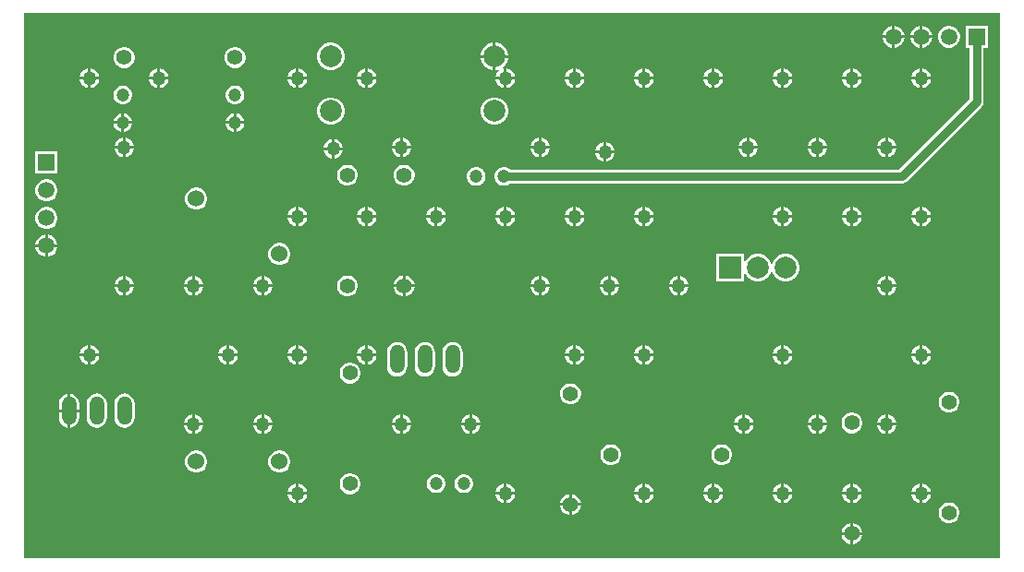
<source format=gbl>
G04*
G04 #@! TF.GenerationSoftware,Altium Limited,Altium Designer,21.6.4 (81)*
G04*
G04 Layer_Physical_Order=2*
G04 Layer_Color=16711680*
%FSLAX25Y25*%
%MOIN*%
G70*
G04*
G04 #@! TF.SameCoordinates,5C3FC4FD-EDC0-4224-B471-B9A6CD0CAB0C*
G04*
G04*
G04 #@! TF.FilePolarity,Positive*
G04*
G01*
G75*
%ADD24C,0.03000*%
%ADD27C,0.05906*%
%ADD28R,0.05906X0.05906*%
%ADD29C,0.05512*%
%ADD30O,0.05200X0.10400*%
%ADD31C,0.04724*%
%ADD32C,0.07913*%
%ADD33R,0.07913X0.07913*%
%ADD34C,0.06000*%
%ADD35C,0.07874*%
%ADD36R,0.05906X0.05906*%
%ADD37C,0.05000*%
G36*
X353471Y1529D02*
X1529D01*
Y198471D01*
X353471D01*
Y1529D01*
D02*
G37*
%LPC*%
G36*
X325520Y193953D02*
X325500D01*
Y190500D01*
X328953D01*
Y190520D01*
X328683Y191526D01*
X328163Y192427D01*
X327427Y193163D01*
X326526Y193683D01*
X325520Y193953D01*
D02*
G37*
G36*
X315520D02*
X315500D01*
Y190500D01*
X318953D01*
Y190520D01*
X318683Y191526D01*
X318163Y192427D01*
X317427Y193163D01*
X316526Y193683D01*
X315520Y193953D01*
D02*
G37*
G36*
X324500D02*
X324480D01*
X323474Y193683D01*
X322573Y193163D01*
X321837Y192427D01*
X321317Y191526D01*
X321047Y190520D01*
Y190500D01*
X324500D01*
Y193953D01*
D02*
G37*
G36*
X314500D02*
X314480D01*
X313474Y193683D01*
X312573Y193163D01*
X311837Y192427D01*
X311317Y191526D01*
X311047Y190520D01*
Y190500D01*
X314500D01*
Y193953D01*
D02*
G37*
G36*
X335520D02*
X334480D01*
X333474Y193683D01*
X332573Y193163D01*
X331837Y192427D01*
X331317Y191526D01*
X331047Y190520D01*
Y189480D01*
X331317Y188474D01*
X331837Y187573D01*
X332573Y186837D01*
X333474Y186317D01*
X334480Y186047D01*
X335520D01*
X336526Y186317D01*
X337427Y186837D01*
X338163Y187573D01*
X338683Y188474D01*
X338953Y189480D01*
Y190520D01*
X338683Y191526D01*
X338163Y192427D01*
X337427Y193163D01*
X336526Y193683D01*
X335520Y193953D01*
D02*
G37*
G36*
X328953Y189500D02*
X325500D01*
Y186047D01*
X325520D01*
X326526Y186317D01*
X327427Y186837D01*
X328163Y187573D01*
X328683Y188474D01*
X328953Y189480D01*
Y189500D01*
D02*
G37*
G36*
X324500D02*
X321047D01*
Y189480D01*
X321317Y188474D01*
X321837Y187573D01*
X322573Y186837D01*
X323474Y186317D01*
X324480Y186047D01*
X324500D01*
Y189500D01*
D02*
G37*
G36*
X318953D02*
X315500D01*
Y186047D01*
X315520D01*
X316526Y186317D01*
X317427Y186837D01*
X318163Y187573D01*
X318683Y188474D01*
X318953Y189480D01*
Y189500D01*
D02*
G37*
G36*
X314500D02*
X311047D01*
Y189480D01*
X311317Y188474D01*
X311837Y187573D01*
X312573Y186837D01*
X313474Y186317D01*
X314480Y186047D01*
X314500D01*
Y189500D01*
D02*
G37*
G36*
X171677Y187779D02*
X171528D01*
Y183343D01*
X175965D01*
Y183493D01*
X175628Y184748D01*
X174978Y185874D01*
X174059Y186793D01*
X172933Y187443D01*
X171677Y187779D01*
D02*
G37*
G36*
X170528D02*
X170378D01*
X169122Y187443D01*
X167996Y186793D01*
X167077Y185874D01*
X166427Y184748D01*
X166091Y183493D01*
Y183343D01*
X170528D01*
Y187779D01*
D02*
G37*
G36*
X77995Y186256D02*
X77005D01*
X76050Y186000D01*
X75194Y185505D01*
X74494Y184806D01*
X74000Y183950D01*
X73744Y182994D01*
Y182006D01*
X74000Y181050D01*
X74494Y180194D01*
X75194Y179495D01*
X76050Y179000D01*
X77005Y178744D01*
X77995D01*
X78950Y179000D01*
X79806Y179495D01*
X80506Y180194D01*
X81000Y181050D01*
X81256Y182006D01*
Y182994D01*
X81000Y183950D01*
X80506Y184806D01*
X79806Y185505D01*
X78950Y186000D01*
X77995Y186256D01*
D02*
G37*
G36*
X37995D02*
X37005D01*
X36050Y186000D01*
X35194Y185505D01*
X34495Y184806D01*
X34000Y183950D01*
X33744Y182994D01*
Y182006D01*
X34000Y181050D01*
X34495Y180194D01*
X35194Y179495D01*
X36050Y179000D01*
X37005Y178744D01*
X37995D01*
X38950Y179000D01*
X39806Y179495D01*
X40505Y180194D01*
X41000Y181050D01*
X41256Y182006D01*
Y182994D01*
X41000Y183950D01*
X40505Y184806D01*
X39806Y185505D01*
X38950Y186000D01*
X37995Y186256D01*
D02*
G37*
G36*
X170528Y182343D02*
X166091D01*
Y182193D01*
X166427Y180937D01*
X167077Y179811D01*
X167996Y178892D01*
X169122Y178242D01*
X170378Y177905D01*
X170528D01*
Y182343D01*
D02*
G37*
G36*
X112622Y187779D02*
X111322D01*
X110067Y187443D01*
X108941Y186793D01*
X108022Y185874D01*
X107372Y184748D01*
X107035Y183493D01*
Y182193D01*
X107372Y180937D01*
X108022Y179811D01*
X108941Y178892D01*
X110067Y178242D01*
X111322Y177905D01*
X112622D01*
X113878Y178242D01*
X115004Y178892D01*
X115923Y179811D01*
X116573Y180937D01*
X116909Y182193D01*
Y183493D01*
X116573Y184748D01*
X115923Y185874D01*
X115004Y186793D01*
X113878Y187443D01*
X112622Y187779D01*
D02*
G37*
G36*
X325500Y178489D02*
Y175500D01*
X328489D01*
X328261Y176351D01*
X327801Y177149D01*
X327149Y177801D01*
X326351Y178261D01*
X325500Y178489D01*
D02*
G37*
G36*
X324500D02*
X323649Y178261D01*
X322851Y177801D01*
X322199Y177149D01*
X321739Y176351D01*
X321511Y175500D01*
X324500D01*
Y178489D01*
D02*
G37*
G36*
X300500D02*
Y175500D01*
X303489D01*
X303261Y176351D01*
X302801Y177149D01*
X302149Y177801D01*
X301351Y178261D01*
X300500Y178489D01*
D02*
G37*
G36*
X299500D02*
X298649Y178261D01*
X297851Y177801D01*
X297199Y177149D01*
X296739Y176351D01*
X296511Y175500D01*
X299500D01*
Y178489D01*
D02*
G37*
G36*
X275500D02*
Y175500D01*
X278489D01*
X278261Y176351D01*
X277801Y177149D01*
X277149Y177801D01*
X276351Y178261D01*
X275500Y178489D01*
D02*
G37*
G36*
X274500D02*
X273649Y178261D01*
X272851Y177801D01*
X272199Y177149D01*
X271739Y176351D01*
X271511Y175500D01*
X274500D01*
Y178489D01*
D02*
G37*
G36*
X250500D02*
Y175500D01*
X253489D01*
X253261Y176351D01*
X252801Y177149D01*
X252149Y177801D01*
X251351Y178261D01*
X250500Y178489D01*
D02*
G37*
G36*
X249500D02*
X248649Y178261D01*
X247851Y177801D01*
X247199Y177149D01*
X246739Y176351D01*
X246511Y175500D01*
X249500D01*
Y178489D01*
D02*
G37*
G36*
X225500D02*
Y175500D01*
X228489D01*
X228261Y176351D01*
X227801Y177149D01*
X227149Y177801D01*
X226351Y178261D01*
X225500Y178489D01*
D02*
G37*
G36*
X224500D02*
X223649Y178261D01*
X222851Y177801D01*
X222199Y177149D01*
X221739Y176351D01*
X221511Y175500D01*
X224500D01*
Y178489D01*
D02*
G37*
G36*
X200500D02*
Y175500D01*
X203489D01*
X203261Y176351D01*
X202801Y177149D01*
X202149Y177801D01*
X201351Y178261D01*
X200500Y178489D01*
D02*
G37*
G36*
X199500D02*
X198649Y178261D01*
X197851Y177801D01*
X197199Y177149D01*
X196739Y176351D01*
X196511Y175500D01*
X199500D01*
Y178489D01*
D02*
G37*
G36*
X175500D02*
Y175500D01*
X178489D01*
X178261Y176351D01*
X177801Y177149D01*
X177149Y177801D01*
X176351Y178261D01*
X175500Y178489D01*
D02*
G37*
G36*
X175965Y182343D02*
X171528D01*
Y177905D01*
X171677D01*
X172458Y178115D01*
X172716Y177666D01*
X172199Y177149D01*
X171739Y176351D01*
X171511Y175500D01*
X174500D01*
Y178489D01*
X174242Y178420D01*
X174049Y178886D01*
X174059Y178892D01*
X174978Y179811D01*
X175628Y180937D01*
X175965Y182193D01*
Y182343D01*
D02*
G37*
G36*
X125500Y178489D02*
Y175500D01*
X128489D01*
X128261Y176351D01*
X127801Y177149D01*
X127149Y177801D01*
X126351Y178261D01*
X125500Y178489D01*
D02*
G37*
G36*
X124500D02*
X123649Y178261D01*
X122851Y177801D01*
X122199Y177149D01*
X121739Y176351D01*
X121511Y175500D01*
X124500D01*
Y178489D01*
D02*
G37*
G36*
X100500D02*
Y175500D01*
X103489D01*
X103261Y176351D01*
X102801Y177149D01*
X102149Y177801D01*
X101351Y178261D01*
X100500Y178489D01*
D02*
G37*
G36*
X99500D02*
X98649Y178261D01*
X97851Y177801D01*
X97199Y177149D01*
X96738Y176351D01*
X96510Y175500D01*
X99500D01*
Y178489D01*
D02*
G37*
G36*
X50500D02*
Y175500D01*
X53490D01*
X53262Y176351D01*
X52801Y177149D01*
X52149Y177801D01*
X51351Y178261D01*
X50500Y178489D01*
D02*
G37*
G36*
X49500D02*
X48649Y178261D01*
X47851Y177801D01*
X47199Y177149D01*
X46738Y176351D01*
X46510Y175500D01*
X49500D01*
Y178489D01*
D02*
G37*
G36*
X25500D02*
Y175500D01*
X28490D01*
X28262Y176351D01*
X27801Y177149D01*
X27149Y177801D01*
X26351Y178261D01*
X25500Y178489D01*
D02*
G37*
G36*
X24500D02*
X23649Y178261D01*
X22851Y177801D01*
X22199Y177149D01*
X21738Y176351D01*
X21510Y175500D01*
X24500D01*
Y178489D01*
D02*
G37*
G36*
X328489Y174500D02*
X325500D01*
Y171511D01*
X326351Y171739D01*
X327149Y172199D01*
X327801Y172851D01*
X328261Y173649D01*
X328489Y174500D01*
D02*
G37*
G36*
X324500D02*
X321511D01*
X321739Y173649D01*
X322199Y172851D01*
X322851Y172199D01*
X323649Y171739D01*
X324500Y171511D01*
Y174500D01*
D02*
G37*
G36*
X303489D02*
X300500D01*
Y171511D01*
X301351Y171739D01*
X302149Y172199D01*
X302801Y172851D01*
X303261Y173649D01*
X303489Y174500D01*
D02*
G37*
G36*
X299500D02*
X296511D01*
X296739Y173649D01*
X297199Y172851D01*
X297851Y172199D01*
X298649Y171739D01*
X299500Y171511D01*
Y174500D01*
D02*
G37*
G36*
X278489D02*
X275500D01*
Y171511D01*
X276351Y171739D01*
X277149Y172199D01*
X277801Y172851D01*
X278261Y173649D01*
X278489Y174500D01*
D02*
G37*
G36*
X274500D02*
X271511D01*
X271739Y173649D01*
X272199Y172851D01*
X272851Y172199D01*
X273649Y171739D01*
X274500Y171511D01*
Y174500D01*
D02*
G37*
G36*
X253489D02*
X250500D01*
Y171511D01*
X251351Y171739D01*
X252149Y172199D01*
X252801Y172851D01*
X253261Y173649D01*
X253489Y174500D01*
D02*
G37*
G36*
X249500D02*
X246511D01*
X246739Y173649D01*
X247199Y172851D01*
X247851Y172199D01*
X248649Y171739D01*
X249500Y171511D01*
Y174500D01*
D02*
G37*
G36*
X228489D02*
X225500D01*
Y171511D01*
X226351Y171739D01*
X227149Y172199D01*
X227801Y172851D01*
X228261Y173649D01*
X228489Y174500D01*
D02*
G37*
G36*
X224500D02*
X221511D01*
X221739Y173649D01*
X222199Y172851D01*
X222851Y172199D01*
X223649Y171739D01*
X224500Y171511D01*
Y174500D01*
D02*
G37*
G36*
X203489D02*
X200500D01*
Y171511D01*
X201351Y171739D01*
X202149Y172199D01*
X202801Y172851D01*
X203261Y173649D01*
X203489Y174500D01*
D02*
G37*
G36*
X199500D02*
X196511D01*
X196739Y173649D01*
X197199Y172851D01*
X197851Y172199D01*
X198649Y171739D01*
X199500Y171511D01*
Y174500D01*
D02*
G37*
G36*
X178489D02*
X175500D01*
Y171511D01*
X176351Y171739D01*
X177149Y172199D01*
X177801Y172851D01*
X178261Y173649D01*
X178489Y174500D01*
D02*
G37*
G36*
X174500D02*
X171511D01*
X171739Y173649D01*
X172199Y172851D01*
X172851Y172199D01*
X173649Y171739D01*
X174500Y171511D01*
Y174500D01*
D02*
G37*
G36*
X128489D02*
X125500D01*
Y171511D01*
X126351Y171739D01*
X127149Y172199D01*
X127801Y172851D01*
X128261Y173649D01*
X128489Y174500D01*
D02*
G37*
G36*
X124500D02*
X121511D01*
X121739Y173649D01*
X122199Y172851D01*
X122851Y172199D01*
X123649Y171739D01*
X124500Y171511D01*
Y174500D01*
D02*
G37*
G36*
X103489D02*
X100500D01*
Y171511D01*
X101351Y171739D01*
X102149Y172199D01*
X102801Y172851D01*
X103261Y173649D01*
X103489Y174500D01*
D02*
G37*
G36*
X99500D02*
X96510D01*
X96738Y173649D01*
X97199Y172851D01*
X97851Y172199D01*
X98649Y171739D01*
X99500Y171511D01*
Y174500D01*
D02*
G37*
G36*
X53490D02*
X50500D01*
Y171511D01*
X51351Y171739D01*
X52149Y172199D01*
X52801Y172851D01*
X53262Y173649D01*
X53490Y174500D01*
D02*
G37*
G36*
X49500D02*
X46510D01*
X46738Y173649D01*
X47199Y172851D01*
X47851Y172199D01*
X48649Y171739D01*
X49500Y171511D01*
Y174500D01*
D02*
G37*
G36*
X28490D02*
X25500D01*
Y171511D01*
X26351Y171739D01*
X27149Y172199D01*
X27801Y172851D01*
X28262Y173649D01*
X28490Y174500D01*
D02*
G37*
G36*
X24500D02*
X21510D01*
X21738Y173649D01*
X22199Y172851D01*
X22851Y172199D01*
X23649Y171739D01*
X24500Y171511D01*
Y174500D01*
D02*
G37*
G36*
X77943Y172362D02*
X77057D01*
X76202Y172133D01*
X75436Y171690D01*
X74810Y171064D01*
X74367Y170298D01*
X74138Y169443D01*
Y168557D01*
X74367Y167702D01*
X74810Y166936D01*
X75436Y166310D01*
X76202Y165867D01*
X77057Y165638D01*
X77943D01*
X78798Y165867D01*
X79564Y166310D01*
X80190Y166936D01*
X80633Y167702D01*
X80862Y168557D01*
Y169443D01*
X80633Y170298D01*
X80190Y171064D01*
X79564Y171690D01*
X78798Y172133D01*
X77943Y172362D01*
D02*
G37*
G36*
X37443D02*
X36557D01*
X35702Y172133D01*
X34936Y171690D01*
X34310Y171064D01*
X33867Y170298D01*
X33638Y169443D01*
Y168557D01*
X33867Y167702D01*
X34310Y166936D01*
X34936Y166310D01*
X35702Y165867D01*
X36557Y165638D01*
X37443D01*
X38298Y165867D01*
X39064Y166310D01*
X39690Y166936D01*
X40133Y167702D01*
X40362Y168557D01*
Y169443D01*
X40133Y170298D01*
X39690Y171064D01*
X39064Y171690D01*
X38298Y172133D01*
X37443Y172362D01*
D02*
G37*
G36*
X78000Y162347D02*
Y159500D01*
X80847D01*
X80633Y160298D01*
X80190Y161064D01*
X79564Y161690D01*
X78798Y162133D01*
X78000Y162347D01*
D02*
G37*
G36*
X37500D02*
Y159500D01*
X40347D01*
X40133Y160298D01*
X39690Y161064D01*
X39064Y161690D01*
X38298Y162133D01*
X37500Y162347D01*
D02*
G37*
G36*
X77000D02*
X76202Y162133D01*
X75436Y161690D01*
X74810Y161064D01*
X74367Y160298D01*
X74153Y159500D01*
X77000D01*
Y162347D01*
D02*
G37*
G36*
X36500D02*
X35702Y162133D01*
X34936Y161690D01*
X34310Y161064D01*
X33867Y160298D01*
X33653Y159500D01*
X36500D01*
Y162347D01*
D02*
G37*
G36*
X171677Y168095D02*
X170378D01*
X169122Y167758D01*
X167996Y167108D01*
X167077Y166189D01*
X166427Y165063D01*
X166091Y163807D01*
Y162507D01*
X166427Y161252D01*
X167077Y160126D01*
X167996Y159207D01*
X169122Y158557D01*
X170378Y158221D01*
X171677D01*
X172933Y158557D01*
X174059Y159207D01*
X174978Y160126D01*
X175628Y161252D01*
X175965Y162507D01*
Y163807D01*
X175628Y165063D01*
X174978Y166189D01*
X174059Y167108D01*
X172933Y167758D01*
X171677Y168095D01*
D02*
G37*
G36*
X112622D02*
X111322D01*
X110067Y167758D01*
X108941Y167108D01*
X108022Y166189D01*
X107372Y165063D01*
X107035Y163807D01*
Y162507D01*
X107372Y161252D01*
X108022Y160126D01*
X108941Y159207D01*
X110067Y158557D01*
X111322Y158221D01*
X112622D01*
X113878Y158557D01*
X115004Y159207D01*
X115923Y160126D01*
X116573Y161252D01*
X116909Y162507D01*
Y163807D01*
X116573Y165063D01*
X115923Y166189D01*
X115004Y167108D01*
X113878Y167758D01*
X112622Y168095D01*
D02*
G37*
G36*
X40347Y158500D02*
X37500D01*
Y155653D01*
X38298Y155867D01*
X39064Y156310D01*
X39690Y156936D01*
X40133Y157702D01*
X40347Y158500D01*
D02*
G37*
G36*
X80847D02*
X78000D01*
Y155653D01*
X78798Y155867D01*
X79564Y156310D01*
X80190Y156936D01*
X80633Y157702D01*
X80847Y158500D01*
D02*
G37*
G36*
X77000D02*
X74153D01*
X74367Y157702D01*
X74810Y156936D01*
X75436Y156310D01*
X76202Y155867D01*
X77000Y155653D01*
Y158500D01*
D02*
G37*
G36*
X36500D02*
X33653D01*
X33867Y157702D01*
X34310Y156936D01*
X34936Y156310D01*
X35702Y155867D01*
X36500Y155653D01*
Y158500D01*
D02*
G37*
G36*
X313000Y153489D02*
Y150500D01*
X315989D01*
X315761Y151351D01*
X315301Y152149D01*
X314649Y152801D01*
X313851Y153261D01*
X313000Y153489D01*
D02*
G37*
G36*
X312000D02*
X311149Y153261D01*
X310351Y152801D01*
X309699Y152149D01*
X309239Y151351D01*
X309011Y150500D01*
X312000D01*
Y153489D01*
D02*
G37*
G36*
X288000D02*
Y150500D01*
X290989D01*
X290761Y151351D01*
X290301Y152149D01*
X289649Y152801D01*
X288851Y153261D01*
X288000Y153489D01*
D02*
G37*
G36*
X287000D02*
X286149Y153261D01*
X285351Y152801D01*
X284699Y152149D01*
X284239Y151351D01*
X284011Y150500D01*
X287000D01*
Y153489D01*
D02*
G37*
G36*
X263000D02*
Y150500D01*
X265989D01*
X265761Y151351D01*
X265301Y152149D01*
X264649Y152801D01*
X263851Y153261D01*
X263000Y153489D01*
D02*
G37*
G36*
X262000D02*
X261149Y153261D01*
X260351Y152801D01*
X259699Y152149D01*
X259239Y151351D01*
X259011Y150500D01*
X262000D01*
Y153489D01*
D02*
G37*
G36*
X188000D02*
Y150500D01*
X190989D01*
X190761Y151351D01*
X190301Y152149D01*
X189649Y152801D01*
X188851Y153261D01*
X188000Y153489D01*
D02*
G37*
G36*
X187000D02*
X186149Y153261D01*
X185351Y152801D01*
X184699Y152149D01*
X184239Y151351D01*
X184011Y150500D01*
X187000D01*
Y153489D01*
D02*
G37*
G36*
X138000D02*
Y150500D01*
X140989D01*
X140761Y151351D01*
X140301Y152149D01*
X139649Y152801D01*
X138851Y153261D01*
X138000Y153489D01*
D02*
G37*
G36*
X137000D02*
X136149Y153261D01*
X135351Y152801D01*
X134699Y152149D01*
X134239Y151351D01*
X134011Y150500D01*
X137000D01*
Y153489D01*
D02*
G37*
G36*
X38000D02*
Y150500D01*
X40990D01*
X40762Y151351D01*
X40301Y152149D01*
X39649Y152801D01*
X38851Y153261D01*
X38000Y153489D01*
D02*
G37*
G36*
X37000D02*
X36149Y153261D01*
X35351Y152801D01*
X34699Y152149D01*
X34238Y151351D01*
X34010Y150500D01*
X37000D01*
Y153489D01*
D02*
G37*
G36*
X113412Y153078D02*
Y150088D01*
X116401D01*
X116173Y150939D01*
X115713Y151737D01*
X115061Y152389D01*
X114263Y152850D01*
X113412Y153078D01*
D02*
G37*
G36*
X112412D02*
X111561Y152850D01*
X110763Y152389D01*
X110111Y151737D01*
X109650Y150939D01*
X109422Y150088D01*
X112412D01*
Y153078D01*
D02*
G37*
G36*
X211409Y151899D02*
Y148909D01*
X214399D01*
X214171Y149760D01*
X213710Y150558D01*
X213058Y151210D01*
X212260Y151671D01*
X211409Y151899D01*
D02*
G37*
G36*
X210409D02*
X209558Y151671D01*
X208760Y151210D01*
X208108Y150558D01*
X207647Y149760D01*
X207419Y148909D01*
X210409D01*
Y151899D01*
D02*
G37*
G36*
X315989Y149500D02*
X313000D01*
Y146511D01*
X313851Y146739D01*
X314649Y147199D01*
X315301Y147851D01*
X315761Y148649D01*
X315989Y149500D01*
D02*
G37*
G36*
X312000D02*
X309011D01*
X309239Y148649D01*
X309699Y147851D01*
X310351Y147199D01*
X311149Y146739D01*
X312000Y146511D01*
Y149500D01*
D02*
G37*
G36*
X290989D02*
X288000D01*
Y146511D01*
X288851Y146739D01*
X289649Y147199D01*
X290301Y147851D01*
X290761Y148649D01*
X290989Y149500D01*
D02*
G37*
G36*
X287000D02*
X284011D01*
X284239Y148649D01*
X284699Y147851D01*
X285351Y147199D01*
X286149Y146739D01*
X287000Y146511D01*
Y149500D01*
D02*
G37*
G36*
X265989D02*
X263000D01*
Y146511D01*
X263851Y146739D01*
X264649Y147199D01*
X265301Y147851D01*
X265761Y148649D01*
X265989Y149500D01*
D02*
G37*
G36*
X262000D02*
X259011D01*
X259239Y148649D01*
X259699Y147851D01*
X260351Y147199D01*
X261149Y146739D01*
X262000Y146511D01*
Y149500D01*
D02*
G37*
G36*
X190989D02*
X188000D01*
Y146511D01*
X188851Y146739D01*
X189649Y147199D01*
X190301Y147851D01*
X190761Y148649D01*
X190989Y149500D01*
D02*
G37*
G36*
X187000D02*
X184011D01*
X184239Y148649D01*
X184699Y147851D01*
X185351Y147199D01*
X186149Y146739D01*
X187000Y146511D01*
Y149500D01*
D02*
G37*
G36*
X140989D02*
X138000D01*
Y146511D01*
X138851Y146739D01*
X139649Y147199D01*
X140301Y147851D01*
X140761Y148649D01*
X140989Y149500D01*
D02*
G37*
G36*
X137000D02*
X134011D01*
X134239Y148649D01*
X134699Y147851D01*
X135351Y147199D01*
X136149Y146739D01*
X137000Y146511D01*
Y149500D01*
D02*
G37*
G36*
X40990D02*
X38000D01*
Y146511D01*
X38851Y146739D01*
X39649Y147199D01*
X40301Y147851D01*
X40762Y148649D01*
X40990Y149500D01*
D02*
G37*
G36*
X37000D02*
X34010D01*
X34238Y148649D01*
X34699Y147851D01*
X35351Y147199D01*
X36149Y146739D01*
X37000Y146511D01*
Y149500D01*
D02*
G37*
G36*
X116401Y149088D02*
X113412D01*
Y146099D01*
X114263Y146327D01*
X115061Y146787D01*
X115713Y147439D01*
X116173Y148237D01*
X116401Y149088D01*
D02*
G37*
G36*
X112412D02*
X109422D01*
X109650Y148237D01*
X110111Y147439D01*
X110763Y146787D01*
X111561Y146327D01*
X112412Y146099D01*
Y149088D01*
D02*
G37*
G36*
X214399Y147909D02*
X211409D01*
Y144920D01*
X212260Y145148D01*
X213058Y145608D01*
X213710Y146260D01*
X214171Y147058D01*
X214399Y147909D01*
D02*
G37*
G36*
X210409D02*
X207419D01*
X207647Y147058D01*
X208108Y146260D01*
X208760Y145608D01*
X209558Y145148D01*
X210409Y144920D01*
Y147909D01*
D02*
G37*
G36*
X348953Y193953D02*
X341047D01*
Y186047D01*
X342451D01*
Y167556D01*
X316944Y142049D01*
X176706D01*
X176564Y142190D01*
X175798Y142633D01*
X174943Y142862D01*
X174057D01*
X173202Y142633D01*
X172436Y142190D01*
X171810Y141564D01*
X171367Y140798D01*
X171138Y139943D01*
Y139057D01*
X171367Y138202D01*
X171810Y137436D01*
X172436Y136810D01*
X173202Y136367D01*
X174057Y136138D01*
X174943D01*
X175798Y136367D01*
X176564Y136810D01*
X176706Y136951D01*
X318000D01*
X318975Y137145D01*
X319802Y137698D01*
X346802Y164698D01*
X347355Y165524D01*
X347549Y166500D01*
Y186047D01*
X348953D01*
Y193953D01*
D02*
G37*
G36*
X13450Y148453D02*
X5545D01*
Y140547D01*
X13450D01*
Y148453D01*
D02*
G37*
G36*
X138995Y143756D02*
X138005D01*
X137050Y143500D01*
X136194Y143006D01*
X135494Y142306D01*
X135000Y141450D01*
X134744Y140495D01*
Y139506D01*
X135000Y138550D01*
X135494Y137694D01*
X136194Y136995D01*
X137050Y136500D01*
X138005Y136244D01*
X138995D01*
X139950Y136500D01*
X140806Y136995D01*
X141506Y137694D01*
X142000Y138550D01*
X142256Y139506D01*
Y140495D01*
X142000Y141450D01*
X141506Y142306D01*
X140806Y143006D01*
X139950Y143500D01*
X138995Y143756D01*
D02*
G37*
G36*
X118494D02*
X117506D01*
X116550Y143500D01*
X115694Y143006D01*
X114995Y142306D01*
X114500Y141450D01*
X114244Y140495D01*
Y139506D01*
X114500Y138550D01*
X114995Y137694D01*
X115694Y136995D01*
X116550Y136500D01*
X117506Y136244D01*
X118494D01*
X119450Y136500D01*
X120306Y136995D01*
X121005Y137694D01*
X121500Y138550D01*
X121756Y139506D01*
Y140495D01*
X121500Y141450D01*
X121005Y142306D01*
X120306Y143006D01*
X119450Y143500D01*
X118494Y143756D01*
D02*
G37*
G36*
X164943Y142862D02*
X164057D01*
X163202Y142633D01*
X162436Y142190D01*
X161810Y141564D01*
X161367Y140798D01*
X161138Y139943D01*
Y139057D01*
X161367Y138202D01*
X161810Y137436D01*
X162436Y136810D01*
X163202Y136367D01*
X164057Y136138D01*
X164943D01*
X165798Y136367D01*
X166564Y136810D01*
X167190Y137436D01*
X167633Y138202D01*
X167862Y139057D01*
Y139943D01*
X167633Y140798D01*
X167190Y141564D01*
X166564Y142190D01*
X165798Y142633D01*
X164943Y142862D01*
D02*
G37*
G36*
X10018Y138453D02*
X8977D01*
X7972Y138183D01*
X7070Y137663D01*
X6335Y136927D01*
X5814Y136026D01*
X5545Y135020D01*
Y133980D01*
X5814Y132974D01*
X6335Y132073D01*
X7070Y131337D01*
X7972Y130817D01*
X8977Y130547D01*
X10018D01*
X11023Y130817D01*
X11925Y131337D01*
X12661Y132073D01*
X13181Y132974D01*
X13450Y133980D01*
Y135020D01*
X13181Y136026D01*
X12661Y136927D01*
X11925Y137663D01*
X11023Y138183D01*
X10018Y138453D01*
D02*
G37*
G36*
X64027Y135500D02*
X62973D01*
X61956Y135227D01*
X61044Y134701D01*
X60299Y133956D01*
X59773Y133044D01*
X59500Y132027D01*
Y130973D01*
X59773Y129956D01*
X60299Y129044D01*
X61044Y128299D01*
X61956Y127773D01*
X62973Y127500D01*
X64027D01*
X65044Y127773D01*
X65956Y128299D01*
X66701Y129044D01*
X67227Y129956D01*
X67500Y130973D01*
Y132027D01*
X67227Y133044D01*
X66701Y133956D01*
X65956Y134701D01*
X65044Y135227D01*
X64027Y135500D01*
D02*
G37*
G36*
X325500Y128489D02*
Y125500D01*
X328489D01*
X328261Y126351D01*
X327801Y127149D01*
X327149Y127801D01*
X326351Y128261D01*
X325500Y128489D01*
D02*
G37*
G36*
X324500D02*
X323649Y128261D01*
X322851Y127801D01*
X322199Y127149D01*
X321739Y126351D01*
X321511Y125500D01*
X324500D01*
Y128489D01*
D02*
G37*
G36*
X300500D02*
Y125500D01*
X303489D01*
X303261Y126351D01*
X302801Y127149D01*
X302149Y127801D01*
X301351Y128261D01*
X300500Y128489D01*
D02*
G37*
G36*
X299500D02*
X298649Y128261D01*
X297851Y127801D01*
X297199Y127149D01*
X296739Y126351D01*
X296511Y125500D01*
X299500D01*
Y128489D01*
D02*
G37*
G36*
X275500D02*
Y125500D01*
X278489D01*
X278261Y126351D01*
X277801Y127149D01*
X277149Y127801D01*
X276351Y128261D01*
X275500Y128489D01*
D02*
G37*
G36*
X274500D02*
X273649Y128261D01*
X272851Y127801D01*
X272199Y127149D01*
X271739Y126351D01*
X271511Y125500D01*
X274500D01*
Y128489D01*
D02*
G37*
G36*
X225500D02*
Y125500D01*
X228489D01*
X228261Y126351D01*
X227801Y127149D01*
X227149Y127801D01*
X226351Y128261D01*
X225500Y128489D01*
D02*
G37*
G36*
X224500D02*
X223649Y128261D01*
X222851Y127801D01*
X222199Y127149D01*
X221739Y126351D01*
X221511Y125500D01*
X224500D01*
Y128489D01*
D02*
G37*
G36*
X200500D02*
Y125500D01*
X203489D01*
X203261Y126351D01*
X202801Y127149D01*
X202149Y127801D01*
X201351Y128261D01*
X200500Y128489D01*
D02*
G37*
G36*
X199500D02*
X198649Y128261D01*
X197851Y127801D01*
X197199Y127149D01*
X196739Y126351D01*
X196511Y125500D01*
X199500D01*
Y128489D01*
D02*
G37*
G36*
X175500D02*
Y125500D01*
X178489D01*
X178261Y126351D01*
X177801Y127149D01*
X177149Y127801D01*
X176351Y128261D01*
X175500Y128489D01*
D02*
G37*
G36*
X174500D02*
X173649Y128261D01*
X172851Y127801D01*
X172199Y127149D01*
X171739Y126351D01*
X171511Y125500D01*
X174500D01*
Y128489D01*
D02*
G37*
G36*
X150500D02*
Y125500D01*
X153489D01*
X153261Y126351D01*
X152801Y127149D01*
X152149Y127801D01*
X151351Y128261D01*
X150500Y128489D01*
D02*
G37*
G36*
X149500D02*
X148649Y128261D01*
X147851Y127801D01*
X147199Y127149D01*
X146739Y126351D01*
X146511Y125500D01*
X149500D01*
Y128489D01*
D02*
G37*
G36*
X125500D02*
Y125500D01*
X128489D01*
X128261Y126351D01*
X127801Y127149D01*
X127149Y127801D01*
X126351Y128261D01*
X125500Y128489D01*
D02*
G37*
G36*
X124500D02*
X123649Y128261D01*
X122851Y127801D01*
X122199Y127149D01*
X121739Y126351D01*
X121511Y125500D01*
X124500D01*
Y128489D01*
D02*
G37*
G36*
X100500D02*
Y125500D01*
X103489D01*
X103261Y126351D01*
X102801Y127149D01*
X102149Y127801D01*
X101351Y128261D01*
X100500Y128489D01*
D02*
G37*
G36*
X99500D02*
X98649Y128261D01*
X97851Y127801D01*
X97199Y127149D01*
X96738Y126351D01*
X96510Y125500D01*
X99500D01*
Y128489D01*
D02*
G37*
G36*
X328489Y124500D02*
X325500D01*
Y121511D01*
X326351Y121739D01*
X327149Y122199D01*
X327801Y122851D01*
X328261Y123649D01*
X328489Y124500D01*
D02*
G37*
G36*
X324500D02*
X321511D01*
X321739Y123649D01*
X322199Y122851D01*
X322851Y122199D01*
X323649Y121739D01*
X324500Y121511D01*
Y124500D01*
D02*
G37*
G36*
X303489D02*
X300500D01*
Y121511D01*
X301351Y121739D01*
X302149Y122199D01*
X302801Y122851D01*
X303261Y123649D01*
X303489Y124500D01*
D02*
G37*
G36*
X299500D02*
X296511D01*
X296739Y123649D01*
X297199Y122851D01*
X297851Y122199D01*
X298649Y121739D01*
X299500Y121511D01*
Y124500D01*
D02*
G37*
G36*
X278489D02*
X275500D01*
Y121511D01*
X276351Y121739D01*
X277149Y122199D01*
X277801Y122851D01*
X278261Y123649D01*
X278489Y124500D01*
D02*
G37*
G36*
X274500D02*
X271511D01*
X271739Y123649D01*
X272199Y122851D01*
X272851Y122199D01*
X273649Y121739D01*
X274500Y121511D01*
Y124500D01*
D02*
G37*
G36*
X228489D02*
X225500D01*
Y121511D01*
X226351Y121739D01*
X227149Y122199D01*
X227801Y122851D01*
X228261Y123649D01*
X228489Y124500D01*
D02*
G37*
G36*
X224500D02*
X221511D01*
X221739Y123649D01*
X222199Y122851D01*
X222851Y122199D01*
X223649Y121739D01*
X224500Y121511D01*
Y124500D01*
D02*
G37*
G36*
X203489D02*
X200500D01*
Y121511D01*
X201351Y121739D01*
X202149Y122199D01*
X202801Y122851D01*
X203261Y123649D01*
X203489Y124500D01*
D02*
G37*
G36*
X199500D02*
X196511D01*
X196739Y123649D01*
X197199Y122851D01*
X197851Y122199D01*
X198649Y121739D01*
X199500Y121511D01*
Y124500D01*
D02*
G37*
G36*
X178489D02*
X175500D01*
Y121511D01*
X176351Y121739D01*
X177149Y122199D01*
X177801Y122851D01*
X178261Y123649D01*
X178489Y124500D01*
D02*
G37*
G36*
X174500D02*
X171511D01*
X171739Y123649D01*
X172199Y122851D01*
X172851Y122199D01*
X173649Y121739D01*
X174500Y121511D01*
Y124500D01*
D02*
G37*
G36*
X153489D02*
X150500D01*
Y121511D01*
X151351Y121739D01*
X152149Y122199D01*
X152801Y122851D01*
X153261Y123649D01*
X153489Y124500D01*
D02*
G37*
G36*
X149500D02*
X146511D01*
X146739Y123649D01*
X147199Y122851D01*
X147851Y122199D01*
X148649Y121739D01*
X149500Y121511D01*
Y124500D01*
D02*
G37*
G36*
X128489D02*
X125500D01*
Y121511D01*
X126351Y121739D01*
X127149Y122199D01*
X127801Y122851D01*
X128261Y123649D01*
X128489Y124500D01*
D02*
G37*
G36*
X124500D02*
X121511D01*
X121739Y123649D01*
X122199Y122851D01*
X122851Y122199D01*
X123649Y121739D01*
X124500Y121511D01*
Y124500D01*
D02*
G37*
G36*
X103489D02*
X100500D01*
Y121511D01*
X101351Y121739D01*
X102149Y122199D01*
X102801Y122851D01*
X103261Y123649D01*
X103489Y124500D01*
D02*
G37*
G36*
X99500D02*
X96510D01*
X96738Y123649D01*
X97199Y122851D01*
X97851Y122199D01*
X98649Y121739D01*
X99500Y121511D01*
Y124500D01*
D02*
G37*
G36*
X10018Y128453D02*
X8977D01*
X7972Y128183D01*
X7070Y127663D01*
X6335Y126927D01*
X5814Y126026D01*
X5545Y125020D01*
Y123980D01*
X5814Y122974D01*
X6335Y122073D01*
X7070Y121337D01*
X7972Y120817D01*
X8977Y120547D01*
X10018D01*
X11023Y120817D01*
X11925Y121337D01*
X12661Y122073D01*
X13181Y122974D01*
X13450Y123980D01*
Y125020D01*
X13181Y126026D01*
X12661Y126927D01*
X11925Y127663D01*
X11023Y128183D01*
X10018Y128453D01*
D02*
G37*
G36*
Y118453D02*
X9998D01*
Y115000D01*
X13450D01*
Y115020D01*
X13181Y116026D01*
X12661Y116927D01*
X11925Y117663D01*
X11023Y118183D01*
X10018Y118453D01*
D02*
G37*
G36*
X8998D02*
X8977D01*
X7972Y118183D01*
X7070Y117663D01*
X6335Y116927D01*
X5814Y116026D01*
X5545Y115020D01*
Y115000D01*
X8998D01*
Y118453D01*
D02*
G37*
G36*
X13450Y114000D02*
X9998D01*
Y110547D01*
X10018D01*
X11023Y110817D01*
X11925Y111337D01*
X12661Y112073D01*
X13181Y112974D01*
X13450Y113980D01*
Y114000D01*
D02*
G37*
G36*
X8998D02*
X5545D01*
Y113980D01*
X5814Y112974D01*
X6335Y112073D01*
X7070Y111337D01*
X7972Y110817D01*
X8977Y110547D01*
X8998D01*
Y114000D01*
D02*
G37*
G36*
X276653Y111457D02*
X275347D01*
X274087Y111119D01*
X272956Y110466D01*
X272034Y109544D01*
X271381Y108413D01*
X271259Y107957D01*
X270741D01*
X270619Y108413D01*
X269966Y109544D01*
X269043Y110466D01*
X267913Y111119D01*
X266653Y111457D01*
X265347D01*
X264087Y111119D01*
X262957Y110466D01*
X262034Y109544D01*
X261457Y108544D01*
X260957Y108678D01*
Y111457D01*
X251043D01*
Y101543D01*
X260957D01*
Y104322D01*
X261457Y104456D01*
X262034Y103456D01*
X262957Y102534D01*
X264087Y101881D01*
X265347Y101543D01*
X266653D01*
X267913Y101881D01*
X269043Y102534D01*
X269966Y103456D01*
X270619Y104587D01*
X270741Y105043D01*
X271259D01*
X271381Y104587D01*
X272034Y103456D01*
X272956Y102534D01*
X274087Y101881D01*
X275347Y101543D01*
X276653D01*
X277913Y101881D01*
X279044Y102534D01*
X279966Y103456D01*
X280619Y104587D01*
X280957Y105847D01*
Y107153D01*
X280619Y108413D01*
X279966Y109544D01*
X279044Y110466D01*
X277913Y111119D01*
X276653Y111457D01*
D02*
G37*
G36*
X94027Y115500D02*
X92973D01*
X91956Y115227D01*
X91044Y114701D01*
X90299Y113956D01*
X89773Y113044D01*
X89500Y112027D01*
Y110973D01*
X89773Y109956D01*
X90299Y109044D01*
X91044Y108299D01*
X91956Y107773D01*
X92973Y107500D01*
X94027D01*
X95044Y107773D01*
X95956Y108299D01*
X96701Y109044D01*
X97227Y109956D01*
X97500Y110973D01*
Y112027D01*
X97227Y113044D01*
X96701Y113956D01*
X95956Y114701D01*
X95044Y115227D01*
X94027Y115500D01*
D02*
G37*
G36*
X139000Y103754D02*
Y100500D01*
X142254D01*
X142000Y101450D01*
X141506Y102306D01*
X140806Y103006D01*
X139950Y103500D01*
X139000Y103754D01*
D02*
G37*
G36*
X313000Y103489D02*
Y100500D01*
X315989D01*
X315761Y101351D01*
X315301Y102149D01*
X314649Y102801D01*
X313851Y103261D01*
X313000Y103489D01*
D02*
G37*
G36*
X312000D02*
X311149Y103261D01*
X310351Y102801D01*
X309699Y102149D01*
X309239Y101351D01*
X309011Y100500D01*
X312000D01*
Y103489D01*
D02*
G37*
G36*
X238000D02*
Y100500D01*
X240989D01*
X240761Y101351D01*
X240301Y102149D01*
X239649Y102801D01*
X238851Y103261D01*
X238000Y103489D01*
D02*
G37*
G36*
X237000D02*
X236149Y103261D01*
X235351Y102801D01*
X234699Y102149D01*
X234239Y101351D01*
X234011Y100500D01*
X237000D01*
Y103489D01*
D02*
G37*
G36*
X213000D02*
Y100500D01*
X215989D01*
X215761Y101351D01*
X215301Y102149D01*
X214649Y102801D01*
X213851Y103261D01*
X213000Y103489D01*
D02*
G37*
G36*
X212000D02*
X211149Y103261D01*
X210351Y102801D01*
X209699Y102149D01*
X209239Y101351D01*
X209011Y100500D01*
X212000D01*
Y103489D01*
D02*
G37*
G36*
X188000D02*
Y100500D01*
X190989D01*
X190761Y101351D01*
X190301Y102149D01*
X189649Y102801D01*
X188851Y103261D01*
X188000Y103489D01*
D02*
G37*
G36*
X187000D02*
X186149Y103261D01*
X185351Y102801D01*
X184699Y102149D01*
X184239Y101351D01*
X184011Y100500D01*
X187000D01*
Y103489D01*
D02*
G37*
G36*
X88000D02*
Y100500D01*
X90990D01*
X90762Y101351D01*
X90301Y102149D01*
X89649Y102801D01*
X88851Y103261D01*
X88000Y103489D01*
D02*
G37*
G36*
X87000D02*
X86149Y103261D01*
X85351Y102801D01*
X84699Y102149D01*
X84238Y101351D01*
X84010Y100500D01*
X87000D01*
Y103489D01*
D02*
G37*
G36*
X63000D02*
Y100500D01*
X65990D01*
X65762Y101351D01*
X65301Y102149D01*
X64649Y102801D01*
X63851Y103261D01*
X63000Y103489D01*
D02*
G37*
G36*
X62000D02*
X61149Y103261D01*
X60351Y102801D01*
X59699Y102149D01*
X59238Y101351D01*
X59010Y100500D01*
X62000D01*
Y103489D01*
D02*
G37*
G36*
X38000D02*
Y100500D01*
X40990D01*
X40762Y101351D01*
X40301Y102149D01*
X39649Y102801D01*
X38851Y103261D01*
X38000Y103489D01*
D02*
G37*
G36*
X37000D02*
X36149Y103261D01*
X35351Y102801D01*
X34699Y102149D01*
X34238Y101351D01*
X34010Y100500D01*
X37000D01*
Y103489D01*
D02*
G37*
G36*
X138000Y103754D02*
X137050Y103500D01*
X136194Y103006D01*
X135494Y102306D01*
X135000Y101450D01*
X134746Y100500D01*
X138000D01*
Y103754D01*
D02*
G37*
G36*
X90990Y99500D02*
X88000D01*
Y96510D01*
X88851Y96738D01*
X89649Y97199D01*
X90301Y97851D01*
X90762Y98649D01*
X90990Y99500D01*
D02*
G37*
G36*
X87000D02*
X84010D01*
X84238Y98649D01*
X84699Y97851D01*
X85351Y97199D01*
X86149Y96738D01*
X87000Y96510D01*
Y99500D01*
D02*
G37*
G36*
X65990D02*
X63000D01*
Y96510D01*
X63851Y96738D01*
X64649Y97199D01*
X65301Y97851D01*
X65762Y98649D01*
X65990Y99500D01*
D02*
G37*
G36*
X62000D02*
X59010D01*
X59238Y98649D01*
X59699Y97851D01*
X60351Y97199D01*
X61149Y96738D01*
X62000Y96510D01*
Y99500D01*
D02*
G37*
G36*
X40990D02*
X38000D01*
Y96510D01*
X38851Y96738D01*
X39649Y97199D01*
X40301Y97851D01*
X40762Y98649D01*
X40990Y99500D01*
D02*
G37*
G36*
X37000D02*
X34010D01*
X34238Y98649D01*
X34699Y97851D01*
X35351Y97199D01*
X36149Y96738D01*
X37000Y96510D01*
Y99500D01*
D02*
G37*
G36*
X315989D02*
X313000D01*
Y96510D01*
X313851Y96738D01*
X314649Y97199D01*
X315301Y97851D01*
X315761Y98649D01*
X315989Y99500D01*
D02*
G37*
G36*
X312000D02*
X309011D01*
X309239Y98649D01*
X309699Y97851D01*
X310351Y97199D01*
X311149Y96738D01*
X312000Y96510D01*
Y99500D01*
D02*
G37*
G36*
X240989D02*
X238000D01*
Y96510D01*
X238851Y96738D01*
X239649Y97199D01*
X240301Y97851D01*
X240761Y98649D01*
X240989Y99500D01*
D02*
G37*
G36*
X237000D02*
X234011D01*
X234239Y98649D01*
X234699Y97851D01*
X235351Y97199D01*
X236149Y96738D01*
X237000Y96510D01*
Y99500D01*
D02*
G37*
G36*
X215989D02*
X213000D01*
Y96510D01*
X213851Y96738D01*
X214649Y97199D01*
X215301Y97851D01*
X215761Y98649D01*
X215989Y99500D01*
D02*
G37*
G36*
X212000D02*
X209011D01*
X209239Y98649D01*
X209699Y97851D01*
X210351Y97199D01*
X211149Y96738D01*
X212000Y96510D01*
Y99500D01*
D02*
G37*
G36*
X190989D02*
X188000D01*
Y96510D01*
X188851Y96738D01*
X189649Y97199D01*
X190301Y97851D01*
X190761Y98649D01*
X190989Y99500D01*
D02*
G37*
G36*
X187000D02*
X184011D01*
X184239Y98649D01*
X184699Y97851D01*
X185351Y97199D01*
X186149Y96738D01*
X187000Y96510D01*
Y99500D01*
D02*
G37*
G36*
X142254D02*
X139000D01*
Y96246D01*
X139950Y96500D01*
X140806Y96995D01*
X141506Y97694D01*
X142000Y98550D01*
X142254Y99500D01*
D02*
G37*
G36*
X138000D02*
X134746D01*
X135000Y98550D01*
X135494Y97694D01*
X136194Y96995D01*
X137050Y96500D01*
X138000Y96246D01*
Y99500D01*
D02*
G37*
G36*
X118494Y103756D02*
X117506D01*
X116550Y103500D01*
X115694Y103006D01*
X114995Y102306D01*
X114500Y101450D01*
X114244Y100495D01*
Y99506D01*
X114500Y98550D01*
X114995Y97694D01*
X115694Y96995D01*
X116550Y96500D01*
X117506Y96244D01*
X118494D01*
X119450Y96500D01*
X120306Y96995D01*
X121005Y97694D01*
X121500Y98550D01*
X121756Y99506D01*
Y100495D01*
X121500Y101450D01*
X121005Y102306D01*
X120306Y103006D01*
X119450Y103500D01*
X118494Y103756D01*
D02*
G37*
G36*
X325500Y78490D02*
Y75500D01*
X328489D01*
X328261Y76351D01*
X327801Y77149D01*
X327149Y77801D01*
X326351Y78262D01*
X325500Y78490D01*
D02*
G37*
G36*
X324500D02*
X323649Y78262D01*
X322851Y77801D01*
X322199Y77149D01*
X321739Y76351D01*
X321511Y75500D01*
X324500D01*
Y78490D01*
D02*
G37*
G36*
X275500D02*
Y75500D01*
X278489D01*
X278261Y76351D01*
X277801Y77149D01*
X277149Y77801D01*
X276351Y78262D01*
X275500Y78490D01*
D02*
G37*
G36*
X274500D02*
X273649Y78262D01*
X272851Y77801D01*
X272199Y77149D01*
X271739Y76351D01*
X271511Y75500D01*
X274500D01*
Y78490D01*
D02*
G37*
G36*
X225500D02*
Y75500D01*
X228489D01*
X228261Y76351D01*
X227801Y77149D01*
X227149Y77801D01*
X226351Y78262D01*
X225500Y78490D01*
D02*
G37*
G36*
X224500D02*
X223649Y78262D01*
X222851Y77801D01*
X222199Y77149D01*
X221739Y76351D01*
X221511Y75500D01*
X224500D01*
Y78490D01*
D02*
G37*
G36*
X200500D02*
Y75500D01*
X203489D01*
X203261Y76351D01*
X202801Y77149D01*
X202149Y77801D01*
X201351Y78262D01*
X200500Y78490D01*
D02*
G37*
G36*
X199500D02*
X198649Y78262D01*
X197851Y77801D01*
X197199Y77149D01*
X196739Y76351D01*
X196511Y75500D01*
X199500D01*
Y78490D01*
D02*
G37*
G36*
X125500D02*
Y75500D01*
X128489D01*
X128261Y76351D01*
X127801Y77149D01*
X127149Y77801D01*
X126351Y78262D01*
X125500Y78490D01*
D02*
G37*
G36*
X124500D02*
X123649Y78262D01*
X122851Y77801D01*
X122199Y77149D01*
X121739Y76351D01*
X121511Y75500D01*
X124500D01*
Y78490D01*
D02*
G37*
G36*
X100500D02*
Y75500D01*
X103489D01*
X103261Y76351D01*
X102801Y77149D01*
X102149Y77801D01*
X101351Y78262D01*
X100500Y78490D01*
D02*
G37*
G36*
X99500D02*
X98649Y78262D01*
X97851Y77801D01*
X97199Y77149D01*
X96738Y76351D01*
X96510Y75500D01*
X99500D01*
Y78490D01*
D02*
G37*
G36*
X75500D02*
Y75500D01*
X78490D01*
X78262Y76351D01*
X77801Y77149D01*
X77149Y77801D01*
X76351Y78262D01*
X75500Y78490D01*
D02*
G37*
G36*
X74500D02*
X73649Y78262D01*
X72851Y77801D01*
X72199Y77149D01*
X71738Y76351D01*
X71510Y75500D01*
X74500D01*
Y78490D01*
D02*
G37*
G36*
X25500D02*
Y75500D01*
X28490D01*
X28262Y76351D01*
X27801Y77149D01*
X27149Y77801D01*
X26351Y78262D01*
X25500Y78490D01*
D02*
G37*
G36*
X24500D02*
X23649Y78262D01*
X22851Y77801D01*
X22199Y77149D01*
X21738Y76351D01*
X21510Y75500D01*
X24500D01*
Y78490D01*
D02*
G37*
G36*
X328489Y74500D02*
X325500D01*
Y71510D01*
X326351Y71738D01*
X327149Y72199D01*
X327801Y72851D01*
X328261Y73649D01*
X328489Y74500D01*
D02*
G37*
G36*
X324500D02*
X321511D01*
X321739Y73649D01*
X322199Y72851D01*
X322851Y72199D01*
X323649Y71738D01*
X324500Y71510D01*
Y74500D01*
D02*
G37*
G36*
X278489D02*
X275500D01*
Y71510D01*
X276351Y71738D01*
X277149Y72199D01*
X277801Y72851D01*
X278261Y73649D01*
X278489Y74500D01*
D02*
G37*
G36*
X274500D02*
X271511D01*
X271739Y73649D01*
X272199Y72851D01*
X272851Y72199D01*
X273649Y71738D01*
X274500Y71510D01*
Y74500D01*
D02*
G37*
G36*
X228489D02*
X225500D01*
Y71510D01*
X226351Y71738D01*
X227149Y72199D01*
X227801Y72851D01*
X228261Y73649D01*
X228489Y74500D01*
D02*
G37*
G36*
X224500D02*
X221511D01*
X221739Y73649D01*
X222199Y72851D01*
X222851Y72199D01*
X223649Y71738D01*
X224500Y71510D01*
Y74500D01*
D02*
G37*
G36*
X203489D02*
X200500D01*
Y71510D01*
X201351Y71738D01*
X202149Y72199D01*
X202801Y72851D01*
X203261Y73649D01*
X203489Y74500D01*
D02*
G37*
G36*
X199500D02*
X196511D01*
X196739Y73649D01*
X197199Y72851D01*
X197851Y72199D01*
X198649Y71738D01*
X199500Y71510D01*
Y74500D01*
D02*
G37*
G36*
X128489D02*
X125500D01*
Y71510D01*
X126351Y71738D01*
X127149Y72199D01*
X127801Y72851D01*
X128261Y73649D01*
X128489Y74500D01*
D02*
G37*
G36*
X124500D02*
X121511D01*
X121739Y73649D01*
X122199Y72851D01*
X122851Y72199D01*
X123649Y71738D01*
X124500Y71510D01*
Y74500D01*
D02*
G37*
G36*
X103489D02*
X100500D01*
Y71510D01*
X101351Y71738D01*
X102149Y72199D01*
X102801Y72851D01*
X103261Y73649D01*
X103489Y74500D01*
D02*
G37*
G36*
X99500D02*
X96510D01*
X96738Y73649D01*
X97199Y72851D01*
X97851Y72199D01*
X98649Y71738D01*
X99500Y71510D01*
Y74500D01*
D02*
G37*
G36*
X78490D02*
X75500D01*
Y71510D01*
X76351Y71738D01*
X77149Y72199D01*
X77801Y72851D01*
X78262Y73649D01*
X78490Y74500D01*
D02*
G37*
G36*
X74500D02*
X71510D01*
X71738Y73649D01*
X72199Y72851D01*
X72851Y72199D01*
X73649Y71738D01*
X74500Y71510D01*
Y74500D01*
D02*
G37*
G36*
X28490D02*
X25500D01*
Y71510D01*
X26351Y71738D01*
X27149Y72199D01*
X27801Y72851D01*
X28262Y73649D01*
X28490Y74500D01*
D02*
G37*
G36*
X24500D02*
X21510D01*
X21738Y73649D01*
X22199Y72851D01*
X22851Y72199D01*
X23649Y71738D01*
X24500Y71510D01*
Y74500D01*
D02*
G37*
G36*
X156000Y79731D02*
X155060Y79607D01*
X154184Y79245D01*
X153432Y78668D01*
X152855Y77916D01*
X152493Y77040D01*
X152369Y76100D01*
Y70900D01*
X152493Y69960D01*
X152855Y69085D01*
X153432Y68332D01*
X154184Y67755D01*
X155060Y67393D01*
X156000Y67269D01*
X156940Y67393D01*
X157816Y67755D01*
X158568Y68332D01*
X159145Y69085D01*
X159507Y69960D01*
X159631Y70900D01*
Y76100D01*
X159507Y77040D01*
X159145Y77916D01*
X158568Y78668D01*
X157816Y79245D01*
X156940Y79607D01*
X156000Y79731D01*
D02*
G37*
G36*
X146000D02*
X145060Y79607D01*
X144185Y79245D01*
X143432Y78668D01*
X142855Y77916D01*
X142493Y77040D01*
X142369Y76100D01*
Y70900D01*
X142493Y69960D01*
X142855Y69085D01*
X143432Y68332D01*
X144185Y67755D01*
X145060Y67393D01*
X146000Y67269D01*
X146940Y67393D01*
X147816Y67755D01*
X148568Y68332D01*
X149145Y69085D01*
X149507Y69960D01*
X149631Y70900D01*
Y76100D01*
X149507Y77040D01*
X149145Y77916D01*
X148568Y78668D01*
X147816Y79245D01*
X146940Y79607D01*
X146000Y79731D01*
D02*
G37*
G36*
X136000D02*
X135060Y79607D01*
X134185Y79245D01*
X133432Y78668D01*
X132855Y77916D01*
X132493Y77040D01*
X132369Y76100D01*
Y70900D01*
X132493Y69960D01*
X132855Y69085D01*
X133432Y68332D01*
X134185Y67755D01*
X135060Y67393D01*
X136000Y67269D01*
X136940Y67393D01*
X137815Y67755D01*
X138568Y68332D01*
X139145Y69085D01*
X139507Y69960D01*
X139631Y70900D01*
Y76100D01*
X139507Y77040D01*
X139145Y77916D01*
X138568Y78668D01*
X137815Y79245D01*
X136940Y79607D01*
X136000Y79731D01*
D02*
G37*
G36*
X119494Y72256D02*
X118506D01*
X117550Y72000D01*
X116694Y71505D01*
X115995Y70806D01*
X115500Y69950D01*
X115244Y68994D01*
Y68006D01*
X115500Y67050D01*
X115995Y66194D01*
X116694Y65495D01*
X117550Y65000D01*
X118506Y64744D01*
X119494D01*
X120450Y65000D01*
X121306Y65495D01*
X122005Y66194D01*
X122500Y67050D01*
X122756Y68006D01*
Y68994D01*
X122500Y69950D01*
X122005Y70806D01*
X121306Y71505D01*
X120450Y72000D01*
X119494Y72256D01*
D02*
G37*
G36*
X198995Y64756D02*
X198005D01*
X197050Y64500D01*
X196194Y64006D01*
X195494Y63306D01*
X195000Y62450D01*
X194744Y61494D01*
Y60505D01*
X195000Y59550D01*
X195494Y58694D01*
X196194Y57995D01*
X197050Y57500D01*
X198005Y57244D01*
X198995D01*
X199950Y57500D01*
X200806Y57995D01*
X201505Y58694D01*
X202000Y59550D01*
X202256Y60505D01*
Y61494D01*
X202000Y62450D01*
X201505Y63306D01*
X200806Y64006D01*
X199950Y64500D01*
X198995Y64756D01*
D02*
G37*
G36*
X18145Y61081D02*
Y55415D01*
X21276D01*
Y57516D01*
X21152Y58455D01*
X20789Y59331D01*
X20212Y60083D01*
X19460Y60660D01*
X18584Y61023D01*
X18145Y61081D01*
D02*
G37*
G36*
X17145D02*
X16705Y61023D01*
X15829Y60660D01*
X15077Y60083D01*
X14500Y59331D01*
X14137Y58455D01*
X14014Y57516D01*
Y55415D01*
X17145D01*
Y61081D01*
D02*
G37*
G36*
X335494Y61756D02*
X334506D01*
X333550Y61500D01*
X332694Y61006D01*
X331995Y60306D01*
X331500Y59450D01*
X331244Y58495D01*
Y57506D01*
X331500Y56550D01*
X331995Y55694D01*
X332694Y54994D01*
X333550Y54500D01*
X334506Y54244D01*
X335494D01*
X336450Y54500D01*
X337306Y54994D01*
X338005Y55694D01*
X338500Y56550D01*
X338756Y57506D01*
Y58495D01*
X338500Y59450D01*
X338005Y60306D01*
X337306Y61006D01*
X336450Y61500D01*
X335494Y61756D01*
D02*
G37*
G36*
X313000Y53490D02*
Y50500D01*
X315989D01*
X315761Y51351D01*
X315301Y52149D01*
X314649Y52801D01*
X313851Y53262D01*
X313000Y53490D01*
D02*
G37*
G36*
X312000D02*
X311149Y53262D01*
X310351Y52801D01*
X309699Y52149D01*
X309239Y51351D01*
X309011Y50500D01*
X312000D01*
Y53490D01*
D02*
G37*
G36*
X288000D02*
Y50500D01*
X290989D01*
X290761Y51351D01*
X290301Y52149D01*
X289649Y52801D01*
X288851Y53262D01*
X288000Y53490D01*
D02*
G37*
G36*
X287000D02*
X286149Y53262D01*
X285351Y52801D01*
X284699Y52149D01*
X284239Y51351D01*
X284011Y50500D01*
X287000D01*
Y53490D01*
D02*
G37*
G36*
X261500D02*
Y50500D01*
X264490D01*
X264262Y51351D01*
X263801Y52149D01*
X263149Y52801D01*
X262351Y53262D01*
X261500Y53490D01*
D02*
G37*
G36*
X260500D02*
X259649Y53262D01*
X258851Y52801D01*
X258199Y52149D01*
X257738Y51351D01*
X257510Y50500D01*
X260500D01*
Y53490D01*
D02*
G37*
G36*
X163000D02*
Y50500D01*
X165989D01*
X165761Y51351D01*
X165301Y52149D01*
X164649Y52801D01*
X163851Y53262D01*
X163000Y53490D01*
D02*
G37*
G36*
X162000D02*
X161149Y53262D01*
X160351Y52801D01*
X159699Y52149D01*
X159239Y51351D01*
X159011Y50500D01*
X162000D01*
Y53490D01*
D02*
G37*
G36*
X138000D02*
Y50500D01*
X140989D01*
X140761Y51351D01*
X140301Y52149D01*
X139649Y52801D01*
X138851Y53262D01*
X138000Y53490D01*
D02*
G37*
G36*
X137000D02*
X136149Y53262D01*
X135351Y52801D01*
X134699Y52149D01*
X134239Y51351D01*
X134011Y50500D01*
X137000D01*
Y53490D01*
D02*
G37*
G36*
X88000D02*
Y50500D01*
X90990D01*
X90762Y51351D01*
X90301Y52149D01*
X89649Y52801D01*
X88851Y53262D01*
X88000Y53490D01*
D02*
G37*
G36*
X87000D02*
X86149Y53262D01*
X85351Y52801D01*
X84699Y52149D01*
X84238Y51351D01*
X84010Y50500D01*
X87000D01*
Y53490D01*
D02*
G37*
G36*
X63000D02*
Y50500D01*
X65990D01*
X65762Y51351D01*
X65301Y52149D01*
X64649Y52801D01*
X63851Y53262D01*
X63000Y53490D01*
D02*
G37*
G36*
X62000D02*
X61149Y53262D01*
X60351Y52801D01*
X59699Y52149D01*
X59238Y51351D01*
X59010Y50500D01*
X62000D01*
Y53490D01*
D02*
G37*
G36*
X21276Y54416D02*
X18145D01*
Y48750D01*
X18584Y48808D01*
X19460Y49171D01*
X20212Y49748D01*
X20789Y50500D01*
X21152Y51376D01*
X21276Y52315D01*
Y54416D01*
D02*
G37*
G36*
X17145D02*
X14014D01*
Y52315D01*
X14137Y51376D01*
X14500Y50500D01*
X15077Y49748D01*
X15829Y49171D01*
X16705Y48808D01*
X17145Y48750D01*
Y54416D01*
D02*
G37*
G36*
X37645Y61147D02*
X36705Y61023D01*
X35829Y60660D01*
X35077Y60083D01*
X34500Y59331D01*
X34137Y58455D01*
X34014Y57516D01*
Y52315D01*
X34137Y51376D01*
X34500Y50500D01*
X35077Y49748D01*
X35829Y49171D01*
X36705Y48808D01*
X37645Y48684D01*
X38584Y48808D01*
X39460Y49171D01*
X40212Y49748D01*
X40789Y50500D01*
X41152Y51376D01*
X41276Y52315D01*
Y57516D01*
X41152Y58455D01*
X40789Y59331D01*
X40212Y60083D01*
X39460Y60660D01*
X38584Y61023D01*
X37645Y61147D01*
D02*
G37*
G36*
X27645D02*
X26705Y61023D01*
X25829Y60660D01*
X25077Y60083D01*
X24500Y59331D01*
X24137Y58455D01*
X24013Y57516D01*
Y52315D01*
X24137Y51376D01*
X24500Y50500D01*
X25077Y49748D01*
X25829Y49171D01*
X26705Y48808D01*
X27645Y48684D01*
X28584Y48808D01*
X29460Y49171D01*
X30212Y49748D01*
X30789Y50500D01*
X31152Y51376D01*
X31276Y52315D01*
Y57516D01*
X31152Y58455D01*
X30789Y59331D01*
X30212Y60083D01*
X29460Y60660D01*
X28584Y61023D01*
X27645Y61147D01*
D02*
G37*
G36*
X300495Y54256D02*
X299505D01*
X298550Y54000D01*
X297694Y53505D01*
X296994Y52806D01*
X296500Y51950D01*
X296244Y50994D01*
Y50006D01*
X296500Y49050D01*
X296994Y48194D01*
X297694Y47495D01*
X298550Y47000D01*
X299505Y46744D01*
X300495D01*
X301450Y47000D01*
X302306Y47495D01*
X303006Y48194D01*
X303500Y49050D01*
X303756Y50006D01*
Y50994D01*
X303500Y51950D01*
X303006Y52806D01*
X302306Y53505D01*
X301450Y54000D01*
X300495Y54256D01*
D02*
G37*
G36*
X315989Y49500D02*
X313000D01*
Y46510D01*
X313851Y46738D01*
X314649Y47199D01*
X315301Y47851D01*
X315761Y48649D01*
X315989Y49500D01*
D02*
G37*
G36*
X312000D02*
X309011D01*
X309239Y48649D01*
X309699Y47851D01*
X310351Y47199D01*
X311149Y46738D01*
X312000Y46510D01*
Y49500D01*
D02*
G37*
G36*
X290989D02*
X288000D01*
Y46510D01*
X288851Y46738D01*
X289649Y47199D01*
X290301Y47851D01*
X290761Y48649D01*
X290989Y49500D01*
D02*
G37*
G36*
X287000D02*
X284011D01*
X284239Y48649D01*
X284699Y47851D01*
X285351Y47199D01*
X286149Y46738D01*
X287000Y46510D01*
Y49500D01*
D02*
G37*
G36*
X264490D02*
X261500D01*
Y46510D01*
X262351Y46738D01*
X263149Y47199D01*
X263801Y47851D01*
X264262Y48649D01*
X264490Y49500D01*
D02*
G37*
G36*
X260500D02*
X257510D01*
X257738Y48649D01*
X258199Y47851D01*
X258851Y47199D01*
X259649Y46738D01*
X260500Y46510D01*
Y49500D01*
D02*
G37*
G36*
X165989D02*
X163000D01*
Y46510D01*
X163851Y46738D01*
X164649Y47199D01*
X165301Y47851D01*
X165761Y48649D01*
X165989Y49500D01*
D02*
G37*
G36*
X162000D02*
X159011D01*
X159239Y48649D01*
X159699Y47851D01*
X160351Y47199D01*
X161149Y46738D01*
X162000Y46510D01*
Y49500D01*
D02*
G37*
G36*
X140989D02*
X138000D01*
Y46510D01*
X138851Y46738D01*
X139649Y47199D01*
X140301Y47851D01*
X140761Y48649D01*
X140989Y49500D01*
D02*
G37*
G36*
X137000D02*
X134011D01*
X134239Y48649D01*
X134699Y47851D01*
X135351Y47199D01*
X136149Y46738D01*
X137000Y46510D01*
Y49500D01*
D02*
G37*
G36*
X90990D02*
X88000D01*
Y46510D01*
X88851Y46738D01*
X89649Y47199D01*
X90301Y47851D01*
X90762Y48649D01*
X90990Y49500D01*
D02*
G37*
G36*
X87000D02*
X84010D01*
X84238Y48649D01*
X84699Y47851D01*
X85351Y47199D01*
X86149Y46738D01*
X87000Y46510D01*
Y49500D01*
D02*
G37*
G36*
X65990D02*
X63000D01*
Y46510D01*
X63851Y46738D01*
X64649Y47199D01*
X65301Y47851D01*
X65762Y48649D01*
X65990Y49500D01*
D02*
G37*
G36*
X62000D02*
X59010D01*
X59238Y48649D01*
X59699Y47851D01*
X60351Y47199D01*
X61149Y46738D01*
X62000Y46510D01*
Y49500D01*
D02*
G37*
G36*
X253495Y42756D02*
X252505D01*
X251550Y42500D01*
X250694Y42006D01*
X249994Y41306D01*
X249500Y40450D01*
X249244Y39494D01*
Y38506D01*
X249500Y37550D01*
X249994Y36694D01*
X250694Y35994D01*
X251550Y35500D01*
X252505Y35244D01*
X253495D01*
X254450Y35500D01*
X255306Y35994D01*
X256006Y36694D01*
X256500Y37550D01*
X256756Y38506D01*
Y39494D01*
X256500Y40450D01*
X256006Y41306D01*
X255306Y42006D01*
X254450Y42500D01*
X253495Y42756D01*
D02*
G37*
G36*
X213494D02*
X212506D01*
X211550Y42500D01*
X210694Y42006D01*
X209995Y41306D01*
X209500Y40450D01*
X209244Y39494D01*
Y38506D01*
X209500Y37550D01*
X209995Y36694D01*
X210694Y35994D01*
X211550Y35500D01*
X212506Y35244D01*
X213494D01*
X214450Y35500D01*
X215306Y35994D01*
X216005Y36694D01*
X216500Y37550D01*
X216756Y38506D01*
Y39494D01*
X216500Y40450D01*
X216005Y41306D01*
X215306Y42006D01*
X214450Y42500D01*
X213494Y42756D01*
D02*
G37*
G36*
X94027Y40500D02*
X92973D01*
X91956Y40227D01*
X91044Y39701D01*
X90299Y38956D01*
X89773Y38044D01*
X89500Y37027D01*
Y35973D01*
X89773Y34956D01*
X90299Y34044D01*
X91044Y33299D01*
X91956Y32773D01*
X92973Y32500D01*
X94027D01*
X95044Y32773D01*
X95956Y33299D01*
X96701Y34044D01*
X97227Y34956D01*
X97500Y35973D01*
Y37027D01*
X97227Y38044D01*
X96701Y38956D01*
X95956Y39701D01*
X95044Y40227D01*
X94027Y40500D01*
D02*
G37*
G36*
X64027D02*
X62973D01*
X61956Y40227D01*
X61044Y39701D01*
X60299Y38956D01*
X59773Y38044D01*
X59500Y37027D01*
Y35973D01*
X59773Y34956D01*
X60299Y34044D01*
X61044Y33299D01*
X61956Y32773D01*
X62973Y32500D01*
X64027D01*
X65044Y32773D01*
X65956Y33299D01*
X66701Y34044D01*
X67227Y34956D01*
X67500Y35973D01*
Y37027D01*
X67227Y38044D01*
X66701Y38956D01*
X65956Y39701D01*
X65044Y40227D01*
X64027Y40500D01*
D02*
G37*
G36*
X325500Y28490D02*
Y25500D01*
X328489D01*
X328261Y26351D01*
X327801Y27149D01*
X327149Y27801D01*
X326351Y28262D01*
X325500Y28490D01*
D02*
G37*
G36*
X324500D02*
X323649Y28262D01*
X322851Y27801D01*
X322199Y27149D01*
X321739Y26351D01*
X321511Y25500D01*
X324500D01*
Y28490D01*
D02*
G37*
G36*
X300500D02*
Y25500D01*
X303489D01*
X303261Y26351D01*
X302801Y27149D01*
X302149Y27801D01*
X301351Y28262D01*
X300500Y28490D01*
D02*
G37*
G36*
X299500D02*
X298649Y28262D01*
X297851Y27801D01*
X297199Y27149D01*
X296739Y26351D01*
X296511Y25500D01*
X299500D01*
Y28490D01*
D02*
G37*
G36*
X275500D02*
Y25500D01*
X278489D01*
X278261Y26351D01*
X277801Y27149D01*
X277149Y27801D01*
X276351Y28262D01*
X275500Y28490D01*
D02*
G37*
G36*
X274500D02*
X273649Y28262D01*
X272851Y27801D01*
X272199Y27149D01*
X271739Y26351D01*
X271511Y25500D01*
X274500D01*
Y28490D01*
D02*
G37*
G36*
X250500D02*
Y25500D01*
X253489D01*
X253261Y26351D01*
X252801Y27149D01*
X252149Y27801D01*
X251351Y28262D01*
X250500Y28490D01*
D02*
G37*
G36*
X249500D02*
X248649Y28262D01*
X247851Y27801D01*
X247199Y27149D01*
X246739Y26351D01*
X246511Y25500D01*
X249500D01*
Y28490D01*
D02*
G37*
G36*
X225500D02*
Y25500D01*
X228489D01*
X228261Y26351D01*
X227801Y27149D01*
X227149Y27801D01*
X226351Y28262D01*
X225500Y28490D01*
D02*
G37*
G36*
X224500D02*
X223649Y28262D01*
X222851Y27801D01*
X222199Y27149D01*
X221739Y26351D01*
X221511Y25500D01*
X224500D01*
Y28490D01*
D02*
G37*
G36*
X175500D02*
Y25500D01*
X178489D01*
X178261Y26351D01*
X177801Y27149D01*
X177149Y27801D01*
X176351Y28262D01*
X175500Y28490D01*
D02*
G37*
G36*
X174500D02*
X173649Y28262D01*
X172851Y27801D01*
X172199Y27149D01*
X171739Y26351D01*
X171511Y25500D01*
X174500D01*
Y28490D01*
D02*
G37*
G36*
X100500D02*
Y25500D01*
X103489D01*
X103261Y26351D01*
X102801Y27149D01*
X102149Y27801D01*
X101351Y28262D01*
X100500Y28490D01*
D02*
G37*
G36*
X99500D02*
X98649Y28262D01*
X97851Y27801D01*
X97199Y27149D01*
X96738Y26351D01*
X96510Y25500D01*
X99500D01*
Y28490D01*
D02*
G37*
G36*
X160443Y31862D02*
X159557D01*
X158702Y31633D01*
X157936Y31190D01*
X157310Y30564D01*
X156867Y29798D01*
X156638Y28943D01*
Y28057D01*
X156867Y27202D01*
X157310Y26436D01*
X157936Y25810D01*
X158702Y25367D01*
X159557Y25138D01*
X160443D01*
X161298Y25367D01*
X162064Y25810D01*
X162690Y26436D01*
X163133Y27202D01*
X163362Y28057D01*
Y28943D01*
X163133Y29798D01*
X162690Y30564D01*
X162064Y31190D01*
X161298Y31633D01*
X160443Y31862D01*
D02*
G37*
G36*
X150443D02*
X149557D01*
X148702Y31633D01*
X147936Y31190D01*
X147310Y30564D01*
X146867Y29798D01*
X146638Y28943D01*
Y28057D01*
X146867Y27202D01*
X147310Y26436D01*
X147936Y25810D01*
X148702Y25367D01*
X149557Y25138D01*
X150443D01*
X151298Y25367D01*
X152064Y25810D01*
X152690Y26436D01*
X153133Y27202D01*
X153362Y28057D01*
Y28943D01*
X153133Y29798D01*
X152690Y30564D01*
X152064Y31190D01*
X151298Y31633D01*
X150443Y31862D01*
D02*
G37*
G36*
X119494Y32256D02*
X118506D01*
X117550Y32000D01*
X116694Y31506D01*
X115995Y30806D01*
X115500Y29950D01*
X115244Y28995D01*
Y28005D01*
X115500Y27050D01*
X115995Y26194D01*
X116694Y25495D01*
X117550Y25000D01*
X118506Y24744D01*
X119494D01*
X120450Y25000D01*
X121306Y25495D01*
X122005Y26194D01*
X122500Y27050D01*
X122756Y28005D01*
Y28995D01*
X122500Y29950D01*
X122005Y30806D01*
X121306Y31506D01*
X120450Y32000D01*
X119494Y32256D01*
D02*
G37*
G36*
X328489Y24500D02*
X325500D01*
Y21510D01*
X326351Y21738D01*
X327149Y22199D01*
X327801Y22851D01*
X328261Y23649D01*
X328489Y24500D01*
D02*
G37*
G36*
X324500D02*
X321511D01*
X321739Y23649D01*
X322199Y22851D01*
X322851Y22199D01*
X323649Y21738D01*
X324500Y21510D01*
Y24500D01*
D02*
G37*
G36*
X303489D02*
X300500D01*
Y21510D01*
X301351Y21738D01*
X302149Y22199D01*
X302801Y22851D01*
X303261Y23649D01*
X303489Y24500D01*
D02*
G37*
G36*
X299500D02*
X296511D01*
X296739Y23649D01*
X297199Y22851D01*
X297851Y22199D01*
X298649Y21738D01*
X299500Y21510D01*
Y24500D01*
D02*
G37*
G36*
X278489D02*
X275500D01*
Y21510D01*
X276351Y21738D01*
X277149Y22199D01*
X277801Y22851D01*
X278261Y23649D01*
X278489Y24500D01*
D02*
G37*
G36*
X274500D02*
X271511D01*
X271739Y23649D01*
X272199Y22851D01*
X272851Y22199D01*
X273649Y21738D01*
X274500Y21510D01*
Y24500D01*
D02*
G37*
G36*
X253489D02*
X250500D01*
Y21510D01*
X251351Y21738D01*
X252149Y22199D01*
X252801Y22851D01*
X253261Y23649D01*
X253489Y24500D01*
D02*
G37*
G36*
X249500D02*
X246511D01*
X246739Y23649D01*
X247199Y22851D01*
X247851Y22199D01*
X248649Y21738D01*
X249500Y21510D01*
Y24500D01*
D02*
G37*
G36*
X228489D02*
X225500D01*
Y21510D01*
X226351Y21738D01*
X227149Y22199D01*
X227801Y22851D01*
X228261Y23649D01*
X228489Y24500D01*
D02*
G37*
G36*
X224500D02*
X221511D01*
X221739Y23649D01*
X222199Y22851D01*
X222851Y22199D01*
X223649Y21738D01*
X224500Y21510D01*
Y24500D01*
D02*
G37*
G36*
X178489D02*
X175500D01*
Y21510D01*
X176351Y21738D01*
X177149Y22199D01*
X177801Y22851D01*
X178261Y23649D01*
X178489Y24500D01*
D02*
G37*
G36*
X174500D02*
X171511D01*
X171739Y23649D01*
X172199Y22851D01*
X172851Y22199D01*
X173649Y21738D01*
X174500Y21510D01*
Y24500D01*
D02*
G37*
G36*
X103489D02*
X100500D01*
Y21510D01*
X101351Y21738D01*
X102149Y22199D01*
X102801Y22851D01*
X103261Y23649D01*
X103489Y24500D01*
D02*
G37*
G36*
X99500D02*
X96510D01*
X96738Y23649D01*
X97199Y22851D01*
X97851Y22199D01*
X98649Y21738D01*
X99500Y21510D01*
Y24500D01*
D02*
G37*
G36*
X199000Y24754D02*
Y21500D01*
X202254D01*
X202000Y22450D01*
X201505Y23306D01*
X200806Y24005D01*
X199950Y24500D01*
X199000Y24754D01*
D02*
G37*
G36*
X198000D02*
X197050Y24500D01*
X196194Y24005D01*
X195494Y23306D01*
X195000Y22450D01*
X194746Y21500D01*
X198000D01*
Y24754D01*
D02*
G37*
G36*
X202254Y20500D02*
X199000D01*
Y17246D01*
X199950Y17500D01*
X200806Y17995D01*
X201505Y18694D01*
X202000Y19550D01*
X202254Y20500D01*
D02*
G37*
G36*
X198000D02*
X194746D01*
X195000Y19550D01*
X195494Y18694D01*
X196194Y17995D01*
X197050Y17500D01*
X198000Y17246D01*
Y20500D01*
D02*
G37*
G36*
X335494Y21756D02*
X334506D01*
X333550Y21500D01*
X332694Y21005D01*
X331995Y20306D01*
X331500Y19450D01*
X331244Y18495D01*
Y17505D01*
X331500Y16550D01*
X331995Y15694D01*
X332694Y14995D01*
X333550Y14500D01*
X334506Y14244D01*
X335494D01*
X336450Y14500D01*
X337306Y14995D01*
X338005Y15694D01*
X338500Y16550D01*
X338756Y17505D01*
Y18495D01*
X338500Y19450D01*
X338005Y20306D01*
X337306Y21005D01*
X336450Y21500D01*
X335494Y21756D01*
D02*
G37*
G36*
X300500Y14254D02*
Y11000D01*
X303754D01*
X303500Y11950D01*
X303006Y12806D01*
X302306Y13506D01*
X301450Y14000D01*
X300500Y14254D01*
D02*
G37*
G36*
X299500D02*
X298550Y14000D01*
X297694Y13506D01*
X296994Y12806D01*
X296500Y11950D01*
X296246Y11000D01*
X299500D01*
Y14254D01*
D02*
G37*
G36*
X303754Y10000D02*
X300500D01*
Y6746D01*
X301450Y7000D01*
X302306Y7495D01*
X303006Y8194D01*
X303500Y9050D01*
X303754Y10000D01*
D02*
G37*
G36*
X299500D02*
X296246D01*
X296500Y9050D01*
X296994Y8194D01*
X297694Y7495D01*
X298550Y7000D01*
X299500Y6746D01*
Y10000D01*
D02*
G37*
%LPD*%
D24*
X318000Y139500D02*
X345000Y166500D01*
Y190000D01*
X174500Y139500D02*
X318000D01*
D27*
X9498Y134500D02*
D03*
Y114500D02*
D03*
Y124500D02*
D03*
X325000Y190000D02*
D03*
X315000D02*
D03*
X335000D02*
D03*
D28*
X9498Y144500D02*
D03*
D29*
X213000Y39000D02*
D03*
X253000D02*
D03*
X335000Y18000D02*
D03*
Y58000D02*
D03*
X198500Y21000D02*
D03*
Y61000D02*
D03*
X119000Y28500D02*
D03*
Y68500D02*
D03*
X300000Y50500D02*
D03*
Y10500D02*
D03*
X37500Y182500D02*
D03*
X77500D02*
D03*
X138500Y140000D02*
D03*
Y100000D02*
D03*
X118000D02*
D03*
Y140000D02*
D03*
D30*
X17645Y54915D02*
D03*
X37645D02*
D03*
X27645D02*
D03*
X146000Y73500D02*
D03*
X136000D02*
D03*
X156000D02*
D03*
D31*
X150000Y28500D02*
D03*
X160000D02*
D03*
X37000Y169000D02*
D03*
Y159000D02*
D03*
X77500Y169000D02*
D03*
Y159000D02*
D03*
X174500Y139500D02*
D03*
X164500D02*
D03*
D32*
X276000Y106500D02*
D03*
X266000D02*
D03*
D33*
X256000D02*
D03*
D34*
X63500Y131500D02*
D03*
X93500Y36500D02*
D03*
Y111500D02*
D03*
X63500Y36500D02*
D03*
D35*
X171028Y182843D02*
D03*
X111972D02*
D03*
Y163157D02*
D03*
X171028D02*
D03*
D36*
X345000Y190000D02*
D03*
D37*
X112912Y149588D02*
D03*
X87500Y100000D02*
D03*
X75000Y75000D02*
D03*
X62500Y100000D02*
D03*
X210909Y148409D02*
D03*
X261000Y50000D02*
D03*
X187500Y150000D02*
D03*
X137500Y50000D02*
D03*
X325000Y175000D02*
D03*
X312500Y150000D02*
D03*
X287500D02*
D03*
X275000Y125000D02*
D03*
X325000D02*
D03*
Y75000D02*
D03*
Y25000D02*
D03*
X300000Y175000D02*
D03*
Y125000D02*
D03*
X312500Y100000D02*
D03*
Y50000D02*
D03*
X300000Y25000D02*
D03*
X275000Y175000D02*
D03*
Y75000D02*
D03*
X287500Y50000D02*
D03*
X275000Y25000D02*
D03*
X250000Y175000D02*
D03*
X262500Y150000D02*
D03*
X250000Y25000D02*
D03*
X225000Y175000D02*
D03*
Y125000D02*
D03*
X237500Y100000D02*
D03*
X225000Y75000D02*
D03*
Y25000D02*
D03*
X200000Y175000D02*
D03*
Y125000D02*
D03*
X212500Y100000D02*
D03*
X200000Y75000D02*
D03*
X175000Y175000D02*
D03*
Y125000D02*
D03*
X187500Y100000D02*
D03*
X175000Y25000D02*
D03*
X150000Y125000D02*
D03*
X162500Y50000D02*
D03*
X125000Y175000D02*
D03*
X137500Y150000D02*
D03*
X125000Y125000D02*
D03*
Y75000D02*
D03*
X100000Y175000D02*
D03*
Y125000D02*
D03*
Y75000D02*
D03*
Y25000D02*
D03*
X87500Y50000D02*
D03*
X50000Y175000D02*
D03*
X62500Y50000D02*
D03*
X25000Y175000D02*
D03*
X37500Y150000D02*
D03*
Y100000D02*
D03*
X25000Y75000D02*
D03*
M02*

</source>
